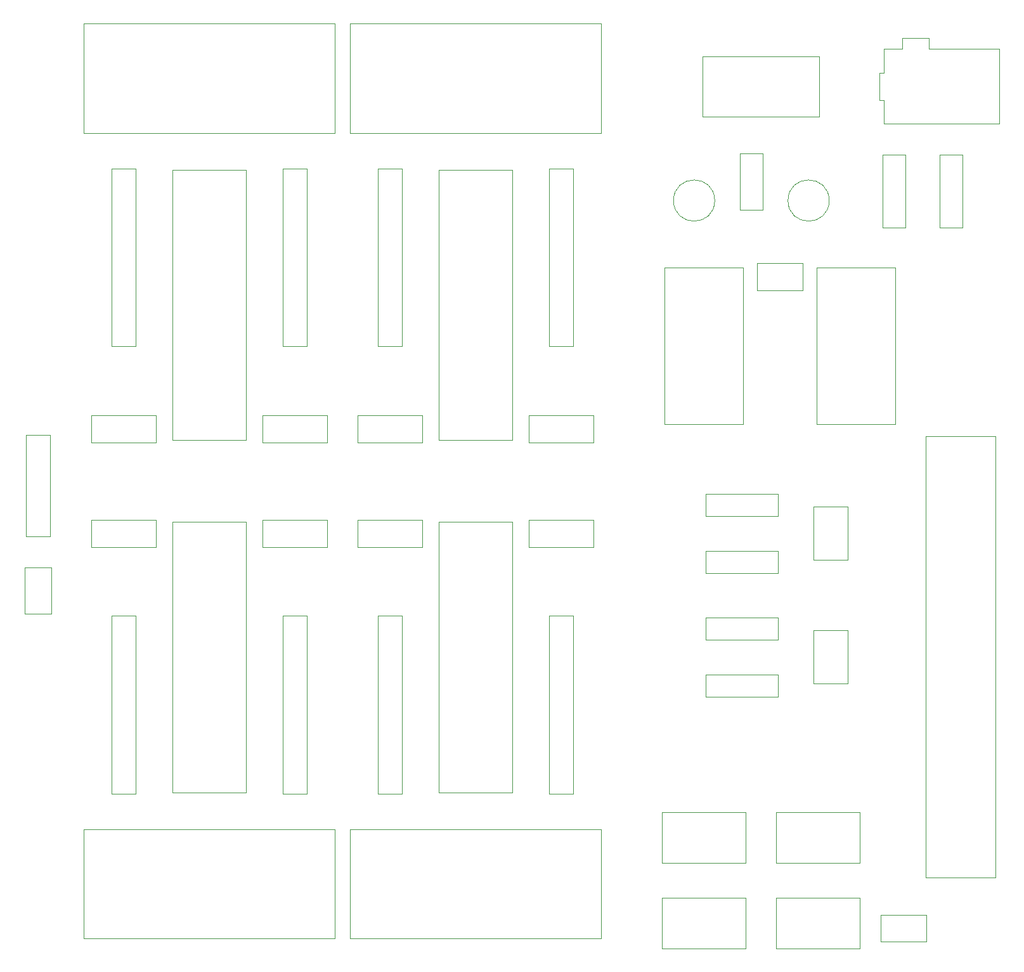
<source format=gbr>
G04 #@! TF.GenerationSoftware,KiCad,Pcbnew,(5.1.5)-3*
G04 #@! TF.CreationDate,2020-02-05T09:48:48+01:00*
G04 #@! TF.ProjectId,FGINT-V3-MASTER-64,4647494e-542d-4563-932d-4d4153544552,rev?*
G04 #@! TF.SameCoordinates,Original*
G04 #@! TF.FileFunction,Other,User*
%FSLAX46Y46*%
G04 Gerber Fmt 4.6, Leading zero omitted, Abs format (unit mm)*
G04 Created by KiCad (PCBNEW (5.1.5)-3) date 2020-02-05 09:48:48*
%MOMM*%
%LPD*%
G04 APERTURE LIST*
%ADD10C,0.050000*%
G04 APERTURE END LIST*
D10*
X220400000Y-122940000D02*
X220400000Y-115840000D01*
X220400000Y-122940000D02*
X225000000Y-122940000D01*
X225000000Y-115840000D02*
X220400000Y-115840000D01*
X225000000Y-115840000D02*
X225000000Y-122940000D01*
X220400000Y-106430000D02*
X220400000Y-99330000D01*
X220400000Y-106430000D02*
X225000000Y-106430000D01*
X225000000Y-99330000D02*
X220400000Y-99330000D01*
X225000000Y-99330000D02*
X225000000Y-106430000D01*
X218970000Y-70380000D02*
X218970000Y-66780000D01*
X212820000Y-70380000D02*
X218970000Y-70380000D01*
X212820000Y-66780000D02*
X212820000Y-70380000D01*
X218970000Y-66780000D02*
X212820000Y-66780000D01*
X229340000Y-153775000D02*
X229340000Y-157375000D01*
X235490000Y-153775000D02*
X229340000Y-153775000D01*
X235490000Y-157375000D02*
X235490000Y-153775000D01*
X229340000Y-157375000D02*
X235490000Y-157375000D01*
X226560000Y-151520000D02*
X215400000Y-151520000D01*
X226560000Y-158320000D02*
X226560000Y-151520000D01*
X215400000Y-158320000D02*
X226560000Y-158320000D01*
X215400000Y-151520000D02*
X215400000Y-158320000D01*
X211320000Y-151520000D02*
X200160000Y-151520000D01*
X211320000Y-158320000D02*
X211320000Y-151520000D01*
X200160000Y-158320000D02*
X211320000Y-158320000D01*
X200160000Y-151520000D02*
X200160000Y-158320000D01*
X211320000Y-140090000D02*
X200160000Y-140090000D01*
X211320000Y-146890000D02*
X211320000Y-140090000D01*
X200160000Y-146890000D02*
X211320000Y-146890000D01*
X200160000Y-140090000D02*
X200160000Y-146890000D01*
X210590000Y-59670000D02*
X213590000Y-59670000D01*
X213590000Y-59670000D02*
X213590000Y-52170000D01*
X213590000Y-52170000D02*
X210590000Y-52170000D01*
X210590000Y-52170000D02*
X210590000Y-59670000D01*
X207200000Y-58420000D02*
G75*
G03X207200000Y-58420000I-2750000J0D01*
G01*
X222480000Y-58420000D02*
G75*
G03X222480000Y-58420000I-2750000J0D01*
G01*
X229200000Y-41380000D02*
X229800000Y-41380000D01*
X229800000Y-41380000D02*
X229800000Y-38180000D01*
X229800000Y-38180000D02*
X232200000Y-38180000D01*
X232200000Y-38180000D02*
X232200000Y-36680000D01*
X232200000Y-36680000D02*
X235800000Y-36680000D01*
X235800000Y-36680000D02*
X235800000Y-38180000D01*
X235800000Y-38180000D02*
X245200000Y-38180000D01*
X245200000Y-38180000D02*
X245200000Y-48180000D01*
X245200000Y-48180000D02*
X229800000Y-48180000D01*
X229800000Y-48180000D02*
X229800000Y-44980000D01*
X229800000Y-44980000D02*
X229200000Y-44980000D01*
X229200000Y-44980000D02*
X229200000Y-41380000D01*
X235350000Y-148860000D02*
X235350000Y-89900000D01*
X235350000Y-89900000D02*
X244710000Y-89900000D01*
X244710000Y-89900000D02*
X244710000Y-148860000D01*
X244710000Y-148860000D02*
X235350000Y-148860000D01*
X205960000Y-97560000D02*
X205960000Y-100560000D01*
X205960000Y-100560000D02*
X215680000Y-100560000D01*
X215680000Y-100560000D02*
X215680000Y-97560000D01*
X215680000Y-97560000D02*
X205960000Y-97560000D01*
X215680000Y-114070000D02*
X205960000Y-114070000D01*
X215680000Y-117070000D02*
X215680000Y-114070000D01*
X205960000Y-117070000D02*
X215680000Y-117070000D01*
X205960000Y-114070000D02*
X205960000Y-117070000D01*
X237260000Y-62050000D02*
X240260000Y-62050000D01*
X240260000Y-62050000D02*
X240260000Y-52330000D01*
X240260000Y-52330000D02*
X237260000Y-52330000D01*
X237260000Y-52330000D02*
X237260000Y-62050000D01*
X215680000Y-105180000D02*
X205960000Y-105180000D01*
X215680000Y-108180000D02*
X215680000Y-105180000D01*
X205960000Y-108180000D02*
X215680000Y-108180000D01*
X205960000Y-105180000D02*
X205960000Y-108180000D01*
X205960000Y-121690000D02*
X205960000Y-124690000D01*
X205960000Y-124690000D02*
X215680000Y-124690000D01*
X215680000Y-124690000D02*
X215680000Y-121690000D01*
X215680000Y-121690000D02*
X205960000Y-121690000D01*
X232640000Y-62010000D02*
X232640000Y-52290000D01*
X229640000Y-62010000D02*
X232640000Y-62010000D01*
X229640000Y-52290000D02*
X229640000Y-62010000D01*
X232640000Y-52290000D02*
X229640000Y-52290000D01*
X149480000Y-77900000D02*
X152780000Y-77900000D01*
X152780000Y-77900000D02*
X152780000Y-54150000D01*
X152780000Y-54150000D02*
X149480000Y-54150000D01*
X149480000Y-54150000D02*
X149480000Y-77900000D01*
X126620000Y-54150000D02*
X126620000Y-77900000D01*
X129920000Y-54150000D02*
X126620000Y-54150000D01*
X129920000Y-77900000D02*
X129920000Y-54150000D01*
X126620000Y-77900000D02*
X129920000Y-77900000D01*
X185040000Y-77900000D02*
X188340000Y-77900000D01*
X188340000Y-77900000D02*
X188340000Y-54150000D01*
X188340000Y-54150000D02*
X185040000Y-54150000D01*
X185040000Y-54150000D02*
X185040000Y-77900000D01*
X162180000Y-54150000D02*
X162180000Y-77900000D01*
X165480000Y-54150000D02*
X162180000Y-54150000D01*
X165480000Y-77900000D02*
X165480000Y-54150000D01*
X162180000Y-77900000D02*
X165480000Y-77900000D01*
X144590000Y-54330000D02*
X134790000Y-54330000D01*
X144590000Y-90430000D02*
X144590000Y-54330000D01*
X134790000Y-90430000D02*
X144590000Y-90430000D01*
X134790000Y-54330000D02*
X134790000Y-90430000D01*
X180150000Y-54330000D02*
X170350000Y-54330000D01*
X180150000Y-90430000D02*
X180150000Y-54330000D01*
X170350000Y-90430000D02*
X180150000Y-90430000D01*
X170350000Y-54330000D02*
X170350000Y-90430000D01*
X200490000Y-88290000D02*
X210990000Y-88290000D01*
X200490000Y-67330000D02*
X200490000Y-88290000D01*
X210990000Y-67330000D02*
X200490000Y-67330000D01*
X210990000Y-88290000D02*
X210990000Y-67330000D01*
X231310000Y-88290000D02*
X231310000Y-67330000D01*
X231310000Y-67330000D02*
X220810000Y-67330000D01*
X220810000Y-67330000D02*
X220810000Y-88290000D01*
X220810000Y-88290000D02*
X231310000Y-88290000D01*
X215400000Y-140090000D02*
X215400000Y-146890000D01*
X215400000Y-146890000D02*
X226560000Y-146890000D01*
X226560000Y-146890000D02*
X226560000Y-140090000D01*
X226560000Y-140090000D02*
X215400000Y-140090000D01*
X156480000Y-34780000D02*
X156480000Y-49380000D01*
X122920000Y-34780000D02*
X156480000Y-34780000D01*
X156480000Y-49380000D02*
X122920000Y-49380000D01*
X122920000Y-49380000D02*
X122920000Y-34780000D01*
X118640000Y-113560000D02*
X118640000Y-107410000D01*
X118640000Y-107410000D02*
X115040000Y-107410000D01*
X115040000Y-107410000D02*
X115040000Y-113560000D01*
X115040000Y-113560000D02*
X118640000Y-113560000D01*
X155470000Y-90700000D02*
X155470000Y-87100000D01*
X146820000Y-90700000D02*
X155470000Y-90700000D01*
X146820000Y-87100000D02*
X146820000Y-90700000D01*
X155470000Y-87100000D02*
X146820000Y-87100000D01*
X132610000Y-87100000D02*
X123960000Y-87100000D01*
X123960000Y-87100000D02*
X123960000Y-90700000D01*
X123960000Y-90700000D02*
X132610000Y-90700000D01*
X132610000Y-90700000D02*
X132610000Y-87100000D01*
X158480000Y-49380000D02*
X158480000Y-34780000D01*
X192040000Y-49380000D02*
X158480000Y-49380000D01*
X158480000Y-34780000D02*
X192040000Y-34780000D01*
X192040000Y-34780000D02*
X192040000Y-49380000D01*
X191030000Y-87100000D02*
X182380000Y-87100000D01*
X182380000Y-87100000D02*
X182380000Y-90700000D01*
X182380000Y-90700000D02*
X191030000Y-90700000D01*
X191030000Y-90700000D02*
X191030000Y-87100000D01*
X168170000Y-90700000D02*
X168170000Y-87100000D01*
X159520000Y-90700000D02*
X168170000Y-90700000D01*
X159520000Y-87100000D02*
X159520000Y-90700000D01*
X168170000Y-87100000D02*
X159520000Y-87100000D01*
X122920000Y-156990000D02*
X122920000Y-142390000D01*
X156480000Y-156990000D02*
X122920000Y-156990000D01*
X122920000Y-142390000D02*
X156480000Y-142390000D01*
X156480000Y-142390000D02*
X156480000Y-156990000D01*
X123930000Y-101070000D02*
X123930000Y-104670000D01*
X132580000Y-101070000D02*
X123930000Y-101070000D01*
X132580000Y-104670000D02*
X132580000Y-101070000D01*
X123930000Y-104670000D02*
X132580000Y-104670000D01*
X146790000Y-101070000D02*
X146790000Y-104670000D01*
X155440000Y-101070000D02*
X146790000Y-101070000D01*
X155440000Y-104670000D02*
X155440000Y-101070000D01*
X146790000Y-104670000D02*
X155440000Y-104670000D01*
X192040000Y-142390000D02*
X192040000Y-156990000D01*
X158480000Y-142390000D02*
X192040000Y-142390000D01*
X192040000Y-156990000D02*
X158480000Y-156990000D01*
X158480000Y-156990000D02*
X158480000Y-142390000D01*
X159490000Y-104670000D02*
X168140000Y-104670000D01*
X168140000Y-104670000D02*
X168140000Y-101070000D01*
X168140000Y-101070000D02*
X159490000Y-101070000D01*
X159490000Y-101070000D02*
X159490000Y-104670000D01*
X182350000Y-104670000D02*
X191000000Y-104670000D01*
X191000000Y-104670000D02*
X191000000Y-101070000D01*
X191000000Y-101070000D02*
X182350000Y-101070000D01*
X182350000Y-101070000D02*
X182350000Y-104670000D01*
X115190000Y-103300000D02*
X118490000Y-103300000D01*
X118490000Y-103300000D02*
X118490000Y-89700000D01*
X118490000Y-89700000D02*
X115190000Y-89700000D01*
X115190000Y-89700000D02*
X115190000Y-103300000D01*
X152780000Y-113870000D02*
X149480000Y-113870000D01*
X149480000Y-113870000D02*
X149480000Y-137620000D01*
X149480000Y-137620000D02*
X152780000Y-137620000D01*
X152780000Y-137620000D02*
X152780000Y-113870000D01*
X129920000Y-113870000D02*
X126620000Y-113870000D01*
X126620000Y-113870000D02*
X126620000Y-137620000D01*
X126620000Y-137620000D02*
X129920000Y-137620000D01*
X129920000Y-137620000D02*
X129920000Y-113870000D01*
X188340000Y-137620000D02*
X188340000Y-113870000D01*
X185040000Y-137620000D02*
X188340000Y-137620000D01*
X185040000Y-113870000D02*
X185040000Y-137620000D01*
X188340000Y-113870000D02*
X185040000Y-113870000D01*
X165480000Y-137620000D02*
X165480000Y-113870000D01*
X162180000Y-137620000D02*
X165480000Y-137620000D01*
X162180000Y-113870000D02*
X162180000Y-137620000D01*
X165480000Y-113870000D02*
X162180000Y-113870000D01*
X144610000Y-137440000D02*
X144610000Y-101340000D01*
X144610000Y-101340000D02*
X134810000Y-101340000D01*
X134810000Y-101340000D02*
X134810000Y-137440000D01*
X134810000Y-137440000D02*
X144610000Y-137440000D01*
X170370000Y-137440000D02*
X180170000Y-137440000D01*
X170370000Y-101340000D02*
X170370000Y-137440000D01*
X180170000Y-101340000D02*
X170370000Y-101340000D01*
X180170000Y-137440000D02*
X180170000Y-101340000D01*
X205560000Y-39180000D02*
X221160000Y-39180000D01*
X205560000Y-39180000D02*
X205560000Y-47180000D01*
X221160000Y-47180000D02*
X221160000Y-39180000D01*
X221160000Y-47180000D02*
X205560000Y-47180000D01*
M02*

</source>
